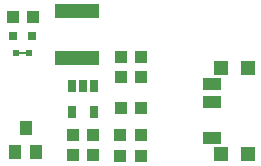
<source format=gtp>
G04 #@! TF.FileFunction,Paste,Top*
%FSLAX46Y46*%
G04 Gerber Fmt 4.6, Leading zero omitted, Abs format (unit mm)*
G04 Created by KiCad (PCBNEW 4.0.6) date 07/28/17 12:25:35*
%MOMM*%
%LPD*%
G01*
G04 APERTURE LIST*
%ADD10C,0.100000*%
%ADD11R,0.650000X1.060000*%
%ADD12R,1.100000X1.000000*%
%ADD13R,3.700000X1.200000*%
%ADD14R,1.016000X1.143000*%
%ADD15R,1.000000X1.100000*%
%ADD16R,0.800000X0.800000*%
%ADD17R,1.200000X1.200000*%
%ADD18R,1.500000X1.000000*%
%ADD19R,0.600000X0.500000*%
%ADD20R,0.800000X0.150000*%
G04 APERTURE END LIST*
D10*
D11*
X147762000Y-105072000D03*
X146812000Y-105072000D03*
X145862000Y-105072000D03*
X145862000Y-107272000D03*
X147762000Y-107272000D03*
D12*
X145962000Y-110871000D03*
X147662000Y-110871000D03*
X150026000Y-104267000D03*
X151726000Y-104267000D03*
X150026000Y-102616000D03*
X151726000Y-102616000D03*
D13*
X146304000Y-102711000D03*
X146304000Y-98711000D03*
D14*
X141986000Y-108585000D03*
X142875000Y-110617000D03*
X141097000Y-110617000D03*
D12*
X150026000Y-106934000D03*
X151726000Y-106934000D03*
D15*
X151765000Y-109259000D03*
X151765000Y-110959000D03*
X149987000Y-109259000D03*
X149987000Y-110959000D03*
D12*
X142582000Y-99187000D03*
X140882000Y-99187000D03*
D16*
X140932000Y-100838000D03*
X142532000Y-100838000D03*
D17*
X160789000Y-110838000D03*
X158489000Y-110838000D03*
X160789000Y-103538000D03*
X158489000Y-103538000D03*
D18*
X157739000Y-106438000D03*
X157739000Y-104938000D03*
X157739000Y-109438000D03*
D12*
X145962000Y-109220000D03*
X147662000Y-109220000D03*
D19*
X141182000Y-102235000D03*
X142282000Y-102235000D03*
D20*
X141732000Y-102235000D03*
M02*

</source>
